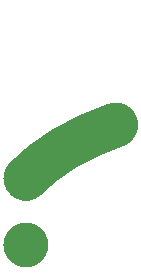
<source format=gbr>
%FSLAX34Y34*%%MOIN*%%ADD10C,0.15*%D10*G74*X-2500Y0D02*G02*X2500Y0I2500J4000D01*X2500Y4000D02*G03*X-2500Y4000I2500J4000D01*M02*
</source>
